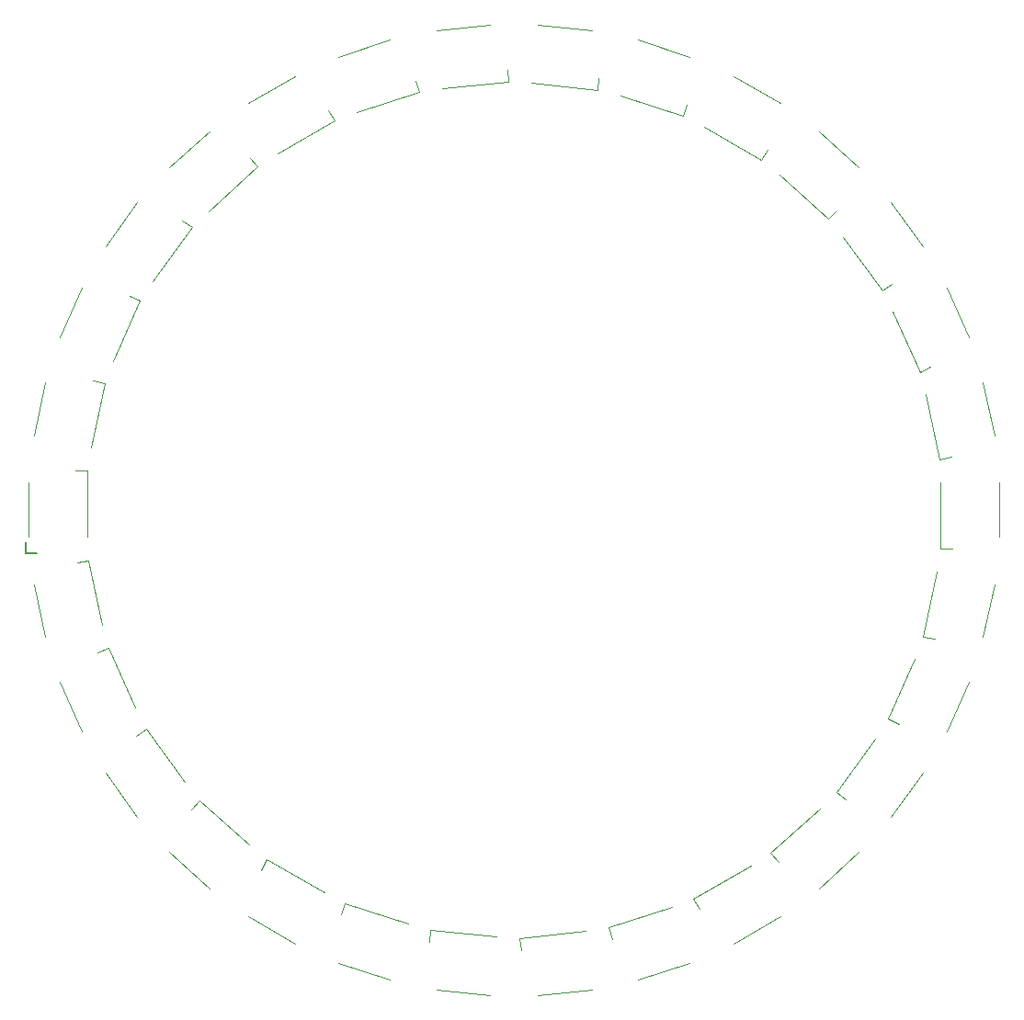
<source format=gbr>
G04 #@! TF.GenerationSoftware,KiCad,Pcbnew,5.0.2-bee76a0~70~ubuntu16.04.1*
G04 #@! TF.CreationDate,2019-03-20T11:46:08+01:00*
G04 #@! TF.ProjectId,ring,72696e67-2e6b-4696-9361-645f70636258,rev?*
G04 #@! TF.SameCoordinates,Original*
G04 #@! TF.FileFunction,Legend,Top*
G04 #@! TF.FilePolarity,Positive*
%FSLAX46Y46*%
G04 Gerber Fmt 4.6, Leading zero omitted, Abs format (unit mm)*
G04 Created by KiCad (PCBNEW 5.0.2-bee76a0~70~ubuntu16.04.1) date Wed 20 Mar 2019 11:46:08 AM CET*
%MOMM*%
%LPD*%
G01*
G04 APERTURE LIST*
%ADD10C,0.200000*%
%ADD11C,0.120000*%
G04 APERTURE END LIST*
D10*
X55000000Y-104000000D02*
X55000000Y-103000000D01*
X56000000Y-104000000D02*
X55000000Y-104000000D01*
D11*
G04 #@! TO.C,REF\002A\002A*
X144242977Y-106848284D02*
X143203418Y-111739022D01*
X138768681Y-111920964D02*
X137692718Y-111692261D01*
X137692718Y-111692261D02*
X138960980Y-105725560D01*
X141852323Y-115897264D02*
X139818640Y-120464992D01*
X135442984Y-119720924D02*
X134438084Y-119273514D01*
X134438084Y-119273514D02*
X136919178Y-113700886D01*
X137632523Y-124251459D02*
X134693597Y-128296544D01*
X130568260Y-126658986D02*
X129678341Y-126012422D01*
X129678341Y-126012422D02*
X133263831Y-121077418D01*
X131768000Y-131545748D02*
X128052276Y-134891401D01*
X124357555Y-132431921D02*
X123621511Y-131614462D01*
X123621511Y-131614462D02*
X128154694Y-127532765D01*
X124515064Y-137461336D02*
X120184936Y-139961336D01*
X117082309Y-136787426D02*
X116532309Y-135834798D01*
X116532309Y-135834798D02*
X121815064Y-132784798D01*
X116190701Y-141739684D02*
X111435419Y-143284769D01*
X109060483Y-139535145D02*
X108720565Y-138488983D01*
X108720565Y-138488983D02*
X114522009Y-136603979D01*
X107158727Y-144193808D02*
X102186117Y-144716450D01*
X100642671Y-140554987D02*
X100527689Y-139461013D01*
X100527689Y-139461013D02*
X106594273Y-138823390D01*
X97813883Y-144716450D02*
X92841273Y-144193808D01*
X92196772Y-139802382D02*
X92311753Y-138708408D01*
X92311753Y-138708408D02*
X98378337Y-139346032D01*
X88564581Y-143284769D02*
X83809299Y-141739684D01*
X84091910Y-137310222D02*
X84431828Y-136264060D01*
X84431828Y-136264060D02*
X90233273Y-138149064D01*
X79815064Y-139961336D02*
X75484936Y-137461336D01*
X76682309Y-133187426D02*
X77232309Y-132234798D01*
X77232309Y-132234798D02*
X82515064Y-135284798D01*
X71947724Y-134891401D02*
X68232000Y-131545748D01*
X70291803Y-127614181D02*
X71027846Y-126796722D01*
X71027846Y-126796722D02*
X75561030Y-130878418D01*
X65306403Y-128296544D02*
X62367477Y-124251459D01*
X65199686Y-120834063D02*
X66089605Y-120187500D01*
X66089605Y-120187500D02*
X69675095Y-125122503D01*
X60181360Y-120464992D02*
X58147677Y-115897264D01*
X61628512Y-113143397D02*
X62633412Y-112695986D01*
X62633412Y-112695986D02*
X65114505Y-118268614D01*
X56796582Y-111739022D02*
X55757023Y-106848284D01*
X59734355Y-104878301D02*
X60810317Y-104649598D01*
X60810317Y-104649598D02*
X62078579Y-110616298D01*
X55300000Y-102500000D02*
X55300000Y-97500000D01*
X59600000Y-96400000D02*
X60700000Y-96400000D01*
X60700000Y-96400000D02*
X60700000Y-102500000D01*
X55757023Y-93151716D02*
X56796582Y-88260978D01*
X61231319Y-88079036D02*
X62307282Y-88307739D01*
X62307282Y-88307739D02*
X61039020Y-94274440D01*
X58147677Y-84102736D02*
X60181360Y-79535008D01*
X64557016Y-80279076D02*
X65561916Y-80726486D01*
X65561916Y-80726486D02*
X63080822Y-86299114D01*
X62367477Y-75748541D02*
X65306403Y-71703456D01*
X69431740Y-73341014D02*
X70321659Y-73987578D01*
X70321659Y-73987578D02*
X66736169Y-78922582D01*
X68232000Y-68454252D02*
X71947724Y-65108599D01*
X75642445Y-67568079D02*
X76378489Y-68385538D01*
X76378489Y-68385538D02*
X71845306Y-72467235D01*
X75484936Y-62538664D02*
X79815064Y-60038664D01*
X82917691Y-63212574D02*
X83467691Y-64165202D01*
X83467691Y-64165202D02*
X78184936Y-67215202D01*
X83809299Y-58260316D02*
X88564581Y-56715231D01*
X90939517Y-60464855D02*
X91279435Y-61511017D01*
X91279435Y-61511017D02*
X85477991Y-63396021D01*
X92841273Y-55806192D02*
X97813883Y-55283550D01*
X99357329Y-59445013D02*
X99472311Y-60538987D01*
X99472311Y-60538987D02*
X93405727Y-61176610D01*
X102186117Y-55283550D02*
X107158727Y-55806192D01*
X107803228Y-60197618D02*
X107688247Y-61291592D01*
X107688247Y-61291592D02*
X101621663Y-60653968D01*
X111435419Y-56715231D02*
X116190701Y-58260316D01*
X115908090Y-62689778D02*
X115568172Y-63735940D01*
X115568172Y-63735940D02*
X109766727Y-61850936D01*
X120184936Y-60038664D02*
X124515064Y-62538664D01*
X123317691Y-66812574D02*
X122767691Y-67765202D01*
X122767691Y-67765202D02*
X117484936Y-64715202D01*
X128052276Y-65108599D02*
X131768000Y-68454252D01*
X129708197Y-72385819D02*
X128972154Y-73203278D01*
X128972154Y-73203278D02*
X124438970Y-69121582D01*
X134693597Y-71703456D02*
X137632523Y-75748541D01*
X134800314Y-79165937D02*
X133910395Y-79812500D01*
X133910395Y-79812500D02*
X130324905Y-74877497D01*
X139818640Y-79535008D02*
X141852323Y-84102736D01*
X138371488Y-86856603D02*
X137366588Y-87304014D01*
X137366588Y-87304014D02*
X134885495Y-81731386D01*
X143203418Y-88260978D02*
X144242977Y-93151716D01*
X140265645Y-95121699D02*
X139189683Y-95350402D01*
X139189683Y-95350402D02*
X137921421Y-89383702D01*
X139300000Y-103600000D02*
X139300000Y-97500000D01*
X140400000Y-103600000D02*
X139300000Y-103600000D01*
X144700000Y-97500000D02*
X144700000Y-102500000D01*
G04 #@! TD*
M02*

</source>
